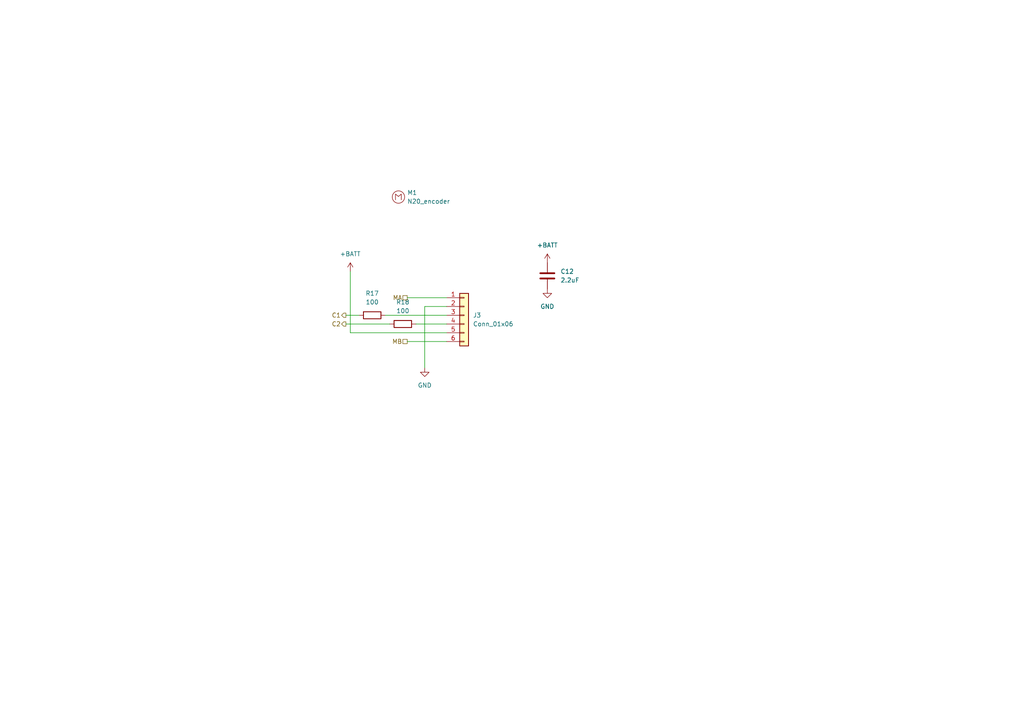
<source format=kicad_sch>
(kicad_sch (version 20230121) (generator eeschema)
  (paper "A4")
  (lib_symbols
    (symbol "Connector_Generic:Conn_01x06" (pin_names (offset 1.016) hide)
      (property "Reference" "J" (at 0 7.62 0))
      (property "Value" "Conn_01x06" (at 0 -10.16 0))
      (symbol "Conn_01x06_1_1"
        (rectangle (start -1.27 -7.493) (end 0 -7.747) (stroke (width 0.1524)))
        (rectangle (start -1.27 -4.953) (end 0 -5.207) (stroke (width 0.1524)))
        (rectangle (start -1.27 -2.413) (end 0 -2.667) (stroke (width 0.1524)))
        (rectangle (start -1.27 0.127) (end 0 -0.127) (stroke (width 0.1524)))
        (rectangle (start -1.27 2.667) (end 0 2.413) (stroke (width 0.1524)))
        (rectangle (start -1.27 5.207) (end 0 4.953) (stroke (width 0.1524)))
        (rectangle (start -1.27 6.35) (end 1.27 -8.89) (stroke (width 0.254)) (fill (type background)))
        (pin passive line (at -5.08 5.08 0) (length 3.81) (name "Pin_1") (number "1"))
        (pin passive line (at -5.08 2.54 0) (length 3.81) (name "Pin_2") (number "2"))
        (pin passive line (at -5.08 0 0) (length 3.81) (name "Pin_3") (number "3"))
        (pin passive line (at -5.08 -2.54 0) (length 3.81) (name "Pin_4") (number "4"))
        (pin passive line (at -5.08 -5.08 0) (length 3.81) (name "Pin_5") (number "5"))
        (pin passive line (at -5.08 -7.62 0) (length 3.81) (name "Pin_6") (number "6"))
      )
    )
    (symbol "Device:C" (pin_numbers hide) (pin_names (offset 0.254))
      (property "Reference" "C" (at 0.635 2.54 0))
      (property "Value" "C" (at 0.635 -2.54 0))
      (symbol "C_0_1"
        (polyline (pts (xy -2.032 -0.762) (xy 2.032 -0.762)) (stroke (width 0.508)))
        (polyline (pts (xy -2.032 0.762) (xy 2.032 0.762)) (stroke (width 0.508)))
      )
      (symbol "C_1_1"
        (pin passive line (at 0 3.81 270) (length 2.794) (name "~") (number "1"))
        (pin passive line (at 0 -3.81 90) (length 2.794) (name "~") (number "2"))
      )
    )
    (symbol "Device:R" (pin_numbers hide) (pin_names (offset 0))
      (property "Reference" "R" (at 2.032 0 90))
      (property "Value" "R" (at 0 0 90))
      (symbol "R_0_1"
        (rectangle (start -1.016 -2.54) (end 1.016 2.54) (stroke (width 0.254)))
      )
      (symbol "R_1_1"
        (pin passive line (at 0 3.81 270) (length 1.27) (name "~") (number "1"))
        (pin passive line (at 0 -3.81 90) (length 1.27) (name "~") (number "2"))
      )
    )
    (symbol "minimouse:N20_w_encoder"
      (property "Reference" "M" (at -8.89 1.27 0))
      (property "Value" "N20_encoder" (at 0 -2.54 0))
      (symbol "N20_w_encoder_0_1"
        (polyline (pts (xy -0.8636 -0.8128) (xy -0.8636 0.8636) (xy 0 0.1524) (xy 0.8128 0.8636) (xy 0.8128 -0.8128)))
        (circle (center 0 0) (radius 1.7961))
      )
    )
    (symbol "power:+BATT" (power) (pin_names (offset 0))
      (property "Value" "+BATT" (at 0 3.556 0))
      (symbol "+BATT_0_1"
        (polyline (pts (xy -0.762 1.27) (xy 0 2.54)))
        (polyline (pts (xy 0 0) (xy 0 2.54)))
        (polyline (pts (xy 0 2.54) (xy 0.762 1.27)))
      )
      (symbol "+BATT_1_1"
        (pin power_in line (at 0 0 90) (length 0) hide (name "+BATT") (number "1"))
      )
    )
    (symbol "power:GND" (power) (pin_names (offset 0))
      (property "Value" "GND" (at 0 -3.81 0))
      (symbol "GND_0_1"
        (polyline (pts (xy 0 0) (xy 0 -1.27) (xy 1.27 -1.27) (xy 0 -2.54) (xy -1.27 -1.27) (xy 0 -1.27)))
      )
      (symbol "GND_1_1"
        (pin power_in line (at 0 0 270) (length 0) hide (name "GND") (number "1"))
      )
    )
  )
  (wire (pts (xy 111.76 91.44) (xy 129.54 91.44)))
  (wire (pts (xy 123.19 88.9) (xy 123.19 106.68)))
  (wire (pts (xy 118.11 99.06) (xy 129.54 99.06)))
  (wire (pts (xy 101.6 96.52) (xy 101.6 78.74)))
  (wire (pts (xy 129.54 88.9) (xy 123.19 88.9)))
  (wire (pts (xy 120.65 93.98) (xy 129.54 93.98)))
  (wire (pts (xy 100.33 93.98) (xy 113.03 93.98)))
  (wire (pts (xy 129.54 96.52) (xy 101.6 96.52)))
  (wire (pts (xy 100.33 91.44) (xy 104.14 91.44)))
  (wire (pts (xy 118.11 86.36) (xy 129.54 86.36)))
  (hierarchical_label "C1" (shape output) (at 100.33 91.44 180))
  (hierarchical_label "C2" (shape output) (at 100.33 93.98 180))
  (hierarchical_label "MB" (shape passive) (at 118.11 99.06 180))
  (hierarchical_label "MA" (shape passive) (at 118.11 86.36 180))
  (symbol (lib_id "power:+BATT") (at 158.75 76.2 0) (unit 1)
    (property "Reference" "#PWR024" (effects hide))
    (property "Value" "+BATT" (at 158.75 71.12 0))
    (instances (project "tp3" (path "" (reference "#PWR024") (unit 1)) (path "" (reference "#PWR028") (unit 1))))
  )
  (symbol (lib_id "minimouse:N20_w_encoder") (at 115.57 57.15 0) (unit 1)
    (property "Reference" "M1" (at 118.11 55.88 0) (effects (justify left)))
    (property "Value" "N20_encoder" (at 118.11 58.42 0) (effects (justify left)))
    (property "Footprint" "minimouse:N20_with_encoder" (effects hide))
    (instances (project "tp3" (path "" (reference "M1") (unit 1)) (path "" (reference "M2") (unit 1))))
  )
  (symbol (lib_id "Device:R") (at 107.95 91.44 90) (unit 1)
    (property "Reference" "R17" (at 107.95 85.09 90))
    (property "Value" "100" (at 107.95 87.63 90))
    (property "Footprint" "Resistor_SMD:R_0603_1608Metric" (effects hide))
    (instances (project "tp3" (path "" (reference "R17") (unit 1)) (path "" (reference "R19") (unit 1))))
  )
  (symbol (lib_id "power:+BATT") (at 101.6 78.74 0) (unit 1)
    (property "Reference" "#PWR022" (effects hide))
    (property "Value" "+BATT" (at 101.6 73.66 0))
    (instances (project "tp3" (path "" (reference "#PWR022") (unit 1)) (path "" (reference "#PWR026") (unit 1))))
  )
  (symbol (lib_id "Connector_Generic:Conn_01x06") (at 134.62 91.44 0) (unit 1)
    (property "Reference" "J3" (at 137.16 91.44 0) (effects (justify left)))
    (property "Value" "Conn_01x06" (at 137.16 93.98 0) (effects (justify left)))
    (property "Footprint" "Connector_PinHeader_2.54mm:PinHeader_1x06_P2.54mm_Vertical" (effects hide))
    (instances (project "tp3" (path "" (reference "J3") (unit 1)) (path "" (reference "J4") (unit 1))))
  )
  (symbol (lib_id "Device:R") (at 116.84 93.98 90) (unit 1)
    (property "Reference" "R18" (at 116.84 87.63 90))
    (property "Value" "100" (at 116.84 90.17 90))
    (property "Footprint" "Resistor_SMD:R_0603_1608Metric" (effects hide))
    (instances (project "tp3" (path "" (reference "R18") (unit 1)) (path "" (reference "R20") (unit 1))))
  )
  (symbol (lib_id "power:GND") (at 158.75 83.82 0) (unit 1)
    (property "Reference" "#PWR025" (effects hide))
    (property "Value" "GND" (at 158.75 88.9 0))
    (instances (project "tp3" (path "" (reference "#PWR025") (unit 1)) (path "" (reference "#PWR029") (unit 1))))
  )
  (symbol (lib_id "Device:C") (at 158.75 80.01 0) (unit 1)
    (property "Reference" "C12" (at 162.56 78.74 0) (effects (justify left)))
    (property "Value" "2.2uF" (at 162.56 81.28 0) (effects (justify left)))
    (property "Footprint" "Capacitor_SMD:C_0603_1608Metric" (effects hide))
    (instances (project "tp3" (path "" (reference "C12") (unit 1)) (path "" (reference "C13") (unit 1))))
  )
  (symbol (lib_id "power:GND") (at 123.19 106.68 0) (unit 1)
    (property "Reference" "#PWR023" (effects hide))
    (property "Value" "GND" (at 123.19 111.76 0))
    (instances (project "tp3" (path "" (reference "#PWR023") (unit 1)) (path "" (reference "#PWR027") (unit 1))))
  )
)
</source>
